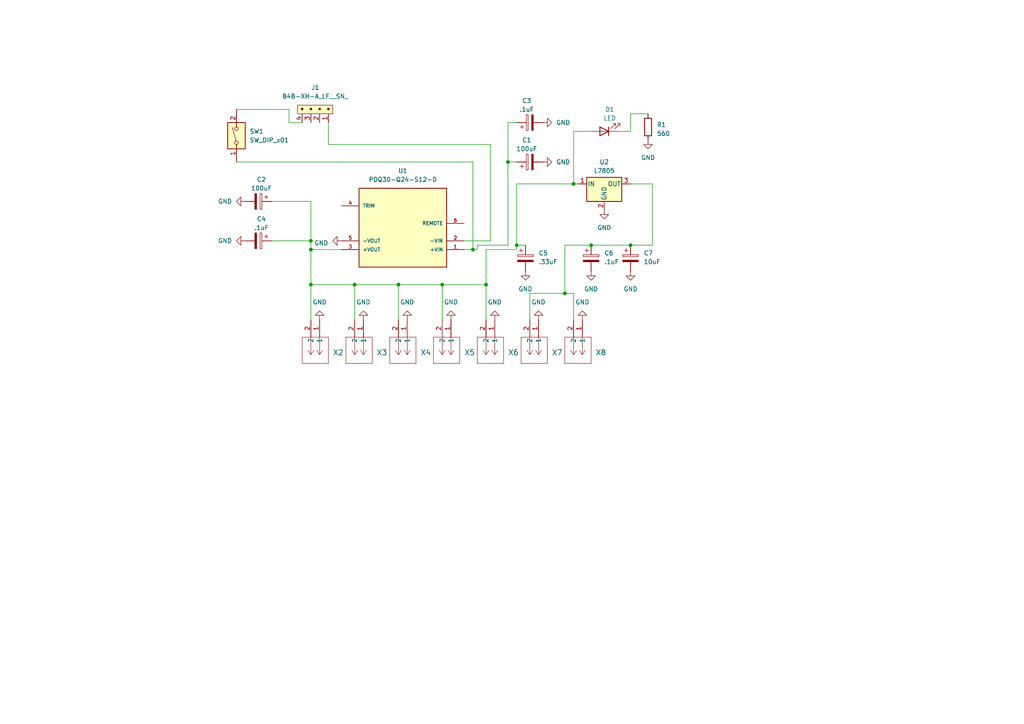
<source format=kicad_sch>
(kicad_sch (version 20230121) (generator eeschema)

  (uuid f380b0eb-bfd6-4b1c-a757-0cbccc2fe49f)

  (paper "A4")

  (lib_symbols
    (symbol "Device:C_Polarized" (pin_numbers hide) (pin_names (offset 0.254)) (in_bom yes) (on_board yes)
      (property "Reference" "C" (at 0.635 2.54 0)
        (effects (font (size 1.27 1.27)) (justify left))
      )
      (property "Value" "C_Polarized" (at 0.635 -2.54 0)
        (effects (font (size 1.27 1.27)) (justify left))
      )
      (property "Footprint" "" (at 0.9652 -3.81 0)
        (effects (font (size 1.27 1.27)) hide)
      )
      (property "Datasheet" "~" (at 0 0 0)
        (effects (font (size 1.27 1.27)) hide)
      )
      (property "ki_keywords" "cap capacitor" (at 0 0 0)
        (effects (font (size 1.27 1.27)) hide)
      )
      (property "ki_description" "Polarized capacitor" (at 0 0 0)
        (effects (font (size 1.27 1.27)) hide)
      )
      (property "ki_fp_filters" "CP_*" (at 0 0 0)
        (effects (font (size 1.27 1.27)) hide)
      )
      (symbol "C_Polarized_0_1"
        (rectangle (start -2.286 0.508) (end 2.286 1.016)
          (stroke (width 0) (type default))
          (fill (type none))
        )
        (polyline
          (pts
            (xy -1.778 2.286)
            (xy -0.762 2.286)
          )
          (stroke (width 0) (type default))
          (fill (type none))
        )
        (polyline
          (pts
            (xy -1.27 2.794)
            (xy -1.27 1.778)
          )
          (stroke (width 0) (type default))
          (fill (type none))
        )
        (rectangle (start 2.286 -0.508) (end -2.286 -1.016)
          (stroke (width 0) (type default))
          (fill (type outline))
        )
      )
      (symbol "C_Polarized_1_1"
        (pin passive line (at 0 3.81 270) (length 2.794)
          (name "~" (effects (font (size 1.27 1.27))))
          (number "1" (effects (font (size 1.27 1.27))))
        )
        (pin passive line (at 0 -3.81 90) (length 2.794)
          (name "~" (effects (font (size 1.27 1.27))))
          (number "2" (effects (font (size 1.27 1.27))))
        )
      )
    )
    (symbol "Device:LED" (pin_numbers hide) (pin_names (offset 1.016) hide) (in_bom yes) (on_board yes)
      (property "Reference" "D" (at 0 2.54 0)
        (effects (font (size 1.27 1.27)))
      )
      (property "Value" "LED" (at 0 -2.54 0)
        (effects (font (size 1.27 1.27)))
      )
      (property "Footprint" "" (at 0 0 0)
        (effects (font (size 1.27 1.27)) hide)
      )
      (property "Datasheet" "~" (at 0 0 0)
        (effects (font (size 1.27 1.27)) hide)
      )
      (property "ki_keywords" "LED diode" (at 0 0 0)
        (effects (font (size 1.27 1.27)) hide)
      )
      (property "ki_description" "Light emitting diode" (at 0 0 0)
        (effects (font (size 1.27 1.27)) hide)
      )
      (property "ki_fp_filters" "LED* LED_SMD:* LED_THT:*" (at 0 0 0)
        (effects (font (size 1.27 1.27)) hide)
      )
      (symbol "LED_0_1"
        (polyline
          (pts
            (xy -1.27 -1.27)
            (xy -1.27 1.27)
          )
          (stroke (width 0.254) (type default))
          (fill (type none))
        )
        (polyline
          (pts
            (xy -1.27 0)
            (xy 1.27 0)
          )
          (stroke (width 0) (type default))
          (fill (type none))
        )
        (polyline
          (pts
            (xy 1.27 -1.27)
            (xy 1.27 1.27)
            (xy -1.27 0)
            (xy 1.27 -1.27)
          )
          (stroke (width 0.254) (type default))
          (fill (type none))
        )
        (polyline
          (pts
            (xy -3.048 -0.762)
            (xy -4.572 -2.286)
            (xy -3.81 -2.286)
            (xy -4.572 -2.286)
            (xy -4.572 -1.524)
          )
          (stroke (width 0) (type default))
          (fill (type none))
        )
        (polyline
          (pts
            (xy -1.778 -0.762)
            (xy -3.302 -2.286)
            (xy -2.54 -2.286)
            (xy -3.302 -2.286)
            (xy -3.302 -1.524)
          )
          (stroke (width 0) (type default))
          (fill (type none))
        )
      )
      (symbol "LED_1_1"
        (pin passive line (at -3.81 0 0) (length 2.54)
          (name "K" (effects (font (size 1.27 1.27))))
          (number "1" (effects (font (size 1.27 1.27))))
        )
        (pin passive line (at 3.81 0 180) (length 2.54)
          (name "A" (effects (font (size 1.27 1.27))))
          (number "2" (effects (font (size 1.27 1.27))))
        )
      )
    )
    (symbol "Device:R" (pin_numbers hide) (pin_names (offset 0)) (in_bom yes) (on_board yes)
      (property "Reference" "R" (at 2.032 0 90)
        (effects (font (size 1.27 1.27)))
      )
      (property "Value" "R" (at 0 0 90)
        (effects (font (size 1.27 1.27)))
      )
      (property "Footprint" "" (at -1.778 0 90)
        (effects (font (size 1.27 1.27)) hide)
      )
      (property "Datasheet" "~" (at 0 0 0)
        (effects (font (size 1.27 1.27)) hide)
      )
      (property "ki_keywords" "R res resistor" (at 0 0 0)
        (effects (font (size 1.27 1.27)) hide)
      )
      (property "ki_description" "Resistor" (at 0 0 0)
        (effects (font (size 1.27 1.27)) hide)
      )
      (property "ki_fp_filters" "R_*" (at 0 0 0)
        (effects (font (size 1.27 1.27)) hide)
      )
      (symbol "R_0_1"
        (rectangle (start -1.016 -2.54) (end 1.016 2.54)
          (stroke (width 0.254) (type default))
          (fill (type none))
        )
      )
      (symbol "R_1_1"
        (pin passive line (at 0 3.81 270) (length 1.27)
          (name "~" (effects (font (size 1.27 1.27))))
          (number "1" (effects (font (size 1.27 1.27))))
        )
        (pin passive line (at 0 -3.81 90) (length 1.27)
          (name "~" (effects (font (size 1.27 1.27))))
          (number "2" (effects (font (size 1.27 1.27))))
        )
      )
    )
    (symbol "OSTVN02A150:OSTVN02A150" (pin_names (offset 0.254)) (in_bom yes) (on_board yes)
      (property "Reference" "J" (at 8.89 6.35 0)
        (effects (font (size 1.524 1.524)))
      )
      (property "Value" "OSTVN02A150" (at 0 0 0)
        (effects (font (size 1.524 1.524)))
      )
      (property "Footprint" "CONN_OSTVN02A150_OST" (at 0 0 0)
        (effects (font (size 1.27 1.27) italic) hide)
      )
      (property "Datasheet" "OSTVN02A150" (at 0 0 0)
        (effects (font (size 1.27 1.27) italic) hide)
      )
      (property "ki_locked" "" (at 0 0 0)
        (effects (font (size 1.27 1.27)))
      )
      (property "ki_keywords" "OSTVN02A150" (at 0 0 0)
        (effects (font (size 1.27 1.27)) hide)
      )
      (property "ki_fp_filters" "CONN_OSTVN02A150_OST" (at 0 0 0)
        (effects (font (size 1.27 1.27)) hide)
      )
      (symbol "OSTVN02A150_1_1"
        (polyline
          (pts
            (xy 5.08 -5.08)
            (xy 12.7 -5.08)
          )
          (stroke (width 0.127) (type default))
          (fill (type none))
        )
        (polyline
          (pts
            (xy 5.08 2.54)
            (xy 5.08 -5.08)
          )
          (stroke (width 0.127) (type default))
          (fill (type none))
        )
        (polyline
          (pts
            (xy 10.16 -2.54)
            (xy 5.08 -2.54)
          )
          (stroke (width 0.127) (type default))
          (fill (type none))
        )
        (polyline
          (pts
            (xy 10.16 -2.54)
            (xy 8.89 -3.3867)
          )
          (stroke (width 0.127) (type default))
          (fill (type none))
        )
        (polyline
          (pts
            (xy 10.16 -2.54)
            (xy 8.89 -1.6933)
          )
          (stroke (width 0.127) (type default))
          (fill (type none))
        )
        (polyline
          (pts
            (xy 10.16 0)
            (xy 5.08 0)
          )
          (stroke (width 0.127) (type default))
          (fill (type none))
        )
        (polyline
          (pts
            (xy 10.16 0)
            (xy 8.89 -0.8467)
          )
          (stroke (width 0.127) (type default))
          (fill (type none))
        )
        (polyline
          (pts
            (xy 10.16 0)
            (xy 8.89 0.8467)
          )
          (stroke (width 0.127) (type default))
          (fill (type none))
        )
        (polyline
          (pts
            (xy 12.7 -5.08)
            (xy 12.7 2.54)
          )
          (stroke (width 0.127) (type default))
          (fill (type none))
        )
        (polyline
          (pts
            (xy 12.7 2.54)
            (xy 5.08 2.54)
          )
          (stroke (width 0.127) (type default))
          (fill (type none))
        )
        (pin unspecified line (at 0 0 0) (length 5.08)
          (name "1" (effects (font (size 1.27 1.27))))
          (number "1" (effects (font (size 1.27 1.27))))
        )
        (pin unspecified line (at 0 -2.54 0) (length 5.08)
          (name "2" (effects (font (size 1.27 1.27))))
          (number "2" (effects (font (size 1.27 1.27))))
        )
      )
      (symbol "OSTVN02A150_1_2"
        (polyline
          (pts
            (xy 5.08 -5.08)
            (xy 12.7 -5.08)
          )
          (stroke (width 0.127) (type default))
          (fill (type none))
        )
        (polyline
          (pts
            (xy 5.08 2.54)
            (xy 5.08 -5.08)
          )
          (stroke (width 0.127) (type default))
          (fill (type none))
        )
        (polyline
          (pts
            (xy 7.62 -2.54)
            (xy 5.08 -2.54)
          )
          (stroke (width 0.127) (type default))
          (fill (type none))
        )
        (polyline
          (pts
            (xy 7.62 -2.54)
            (xy 8.89 -3.3867)
          )
          (stroke (width 0.127) (type default))
          (fill (type none))
        )
        (polyline
          (pts
            (xy 7.62 -2.54)
            (xy 8.89 -1.6933)
          )
          (stroke (width 0.127) (type default))
          (fill (type none))
        )
        (polyline
          (pts
            (xy 7.62 0)
            (xy 5.08 0)
          )
          (stroke (width 0.127) (type default))
          (fill (type none))
        )
        (polyline
          (pts
            (xy 7.62 0)
            (xy 8.89 -0.8467)
          )
          (stroke (width 0.127) (type default))
          (fill (type none))
        )
        (polyline
          (pts
            (xy 7.62 0)
            (xy 8.89 0.8467)
          )
          (stroke (width 0.127) (type default))
          (fill (type none))
        )
        (polyline
          (pts
            (xy 12.7 -5.08)
            (xy 12.7 2.54)
          )
          (stroke (width 0.127) (type default))
          (fill (type none))
        )
        (polyline
          (pts
            (xy 12.7 2.54)
            (xy 5.08 2.54)
          )
          (stroke (width 0.127) (type default))
          (fill (type none))
        )
        (pin unspecified line (at 0 0 0) (length 5.08)
          (name "1" (effects (font (size 1.27 1.27))))
          (number "1" (effects (font (size 1.27 1.27))))
        )
        (pin unspecified line (at 0 -2.54 0) (length 5.08)
          (name "2" (effects (font (size 1.27 1.27))))
          (number "2" (effects (font (size 1.27 1.27))))
        )
      )
    )
    (symbol "PDQ30-Q24-S12-D:PDQ30-Q24-S12-D" (pin_names (offset 1.016)) (in_bom yes) (on_board yes)
      (property "Reference" "U" (at -12.7244 10.1795 0)
        (effects (font (size 1.27 1.27)) (justify left bottom))
      )
      (property "Value" "PDQ30-Q24-S12-D" (at -12.746 -15.2952 0)
        (effects (font (size 1.27 1.27)) (justify left bottom))
      )
      (property "Footprint" "PDQ30-Q24-S12-D:CONV_PDQ30-Q24-S12-D" (at 0 0 0)
        (effects (font (size 1.27 1.27)) (justify bottom) hide)
      )
      (property "Datasheet" "" (at 0 0 0)
        (effects (font (size 1.27 1.27)) hide)
      )
      (property "PARTREV" "1.0" (at 0 0 0)
        (effects (font (size 1.27 1.27)) (justify bottom) hide)
      )
      (property "MANUFACTURER" "CUI Inc" (at 0 0 0)
        (effects (font (size 1.27 1.27)) (justify bottom) hide)
      )
      (property "STANDARD" "Manufacturer Recommendations" (at 0 0 0)
        (effects (font (size 1.27 1.27)) (justify bottom) hide)
      )
      (symbol "PDQ30-Q24-S12-D_0_0"
        (rectangle (start -12.7 -12.7) (end 12.7 10.16)
          (stroke (width 0.254) (type default))
          (fill (type background))
        )
        (pin input line (at -17.78 5.08 0) (length 5.08)
          (name "+VIN" (effects (font (size 1.016 1.016))))
          (number "1" (effects (font (size 1.016 1.016))))
        )
        (pin input line (at -17.78 2.54 0) (length 5.08)
          (name "-VIN" (effects (font (size 1.016 1.016))))
          (number "2" (effects (font (size 1.016 1.016))))
        )
        (pin output line (at 17.78 5.08 180) (length 5.08)
          (name "+VOUT" (effects (font (size 1.016 1.016))))
          (number "3" (effects (font (size 1.016 1.016))))
        )
        (pin passive line (at 17.78 -7.62 180) (length 5.08)
          (name "TRIM" (effects (font (size 1.016 1.016))))
          (number "4" (effects (font (size 1.016 1.016))))
        )
        (pin output line (at 17.78 2.54 180) (length 5.08)
          (name "-VOUT" (effects (font (size 1.016 1.016))))
          (number "5" (effects (font (size 1.016 1.016))))
        )
        (pin input line (at -17.78 -2.54 0) (length 5.08)
          (name "REMOTE" (effects (font (size 1.016 1.016))))
          (number "6" (effects (font (size 1.016 1.016))))
        )
      )
    )
    (symbol "Regulator_Linear:L7805" (pin_names (offset 0.254)) (in_bom yes) (on_board yes)
      (property "Reference" "U" (at -3.81 3.175 0)
        (effects (font (size 1.27 1.27)))
      )
      (property "Value" "L7805" (at 0 3.175 0)
        (effects (font (size 1.27 1.27)) (justify left))
      )
      (property "Footprint" "" (at 0.635 -3.81 0)
        (effects (font (size 1.27 1.27) italic) (justify left) hide)
      )
      (property "Datasheet" "http://www.st.com/content/ccc/resource/technical/document/datasheet/41/4f/b3/b0/12/d4/47/88/CD00000444.pdf/files/CD00000444.pdf/jcr:content/translations/en.CD00000444.pdf" (at 0 -1.27 0)
        (effects (font (size 1.27 1.27)) hide)
      )
      (property "ki_keywords" "Voltage Regulator 1.5A Positive" (at 0 0 0)
        (effects (font (size 1.27 1.27)) hide)
      )
      (property "ki_description" "Positive 1.5A 35V Linear Regulator, Fixed Output 5V, TO-220/TO-263/TO-252" (at 0 0 0)
        (effects (font (size 1.27 1.27)) hide)
      )
      (property "ki_fp_filters" "TO?252* TO?263* TO?220*" (at 0 0 0)
        (effects (font (size 1.27 1.27)) hide)
      )
      (symbol "L7805_0_1"
        (rectangle (start -5.08 1.905) (end 5.08 -5.08)
          (stroke (width 0.254) (type default))
          (fill (type background))
        )
      )
      (symbol "L7805_1_1"
        (pin power_in line (at -7.62 0 0) (length 2.54)
          (name "IN" (effects (font (size 1.27 1.27))))
          (number "1" (effects (font (size 1.27 1.27))))
        )
        (pin power_in line (at 0 -7.62 90) (length 2.54)
          (name "GND" (effects (font (size 1.27 1.27))))
          (number "2" (effects (font (size 1.27 1.27))))
        )
        (pin power_out line (at 7.62 0 180) (length 2.54)
          (name "OUT" (effects (font (size 1.27 1.27))))
          (number "3" (effects (font (size 1.27 1.27))))
        )
      )
    )
    (symbol "Switch:SW_DIP_x01" (pin_names (offset 0) hide) (in_bom yes) (on_board yes)
      (property "Reference" "SW" (at 0 3.81 0)
        (effects (font (size 1.27 1.27)))
      )
      (property "Value" "SW_DIP_x01" (at 0 -3.81 0)
        (effects (font (size 1.27 1.27)))
      )
      (property "Footprint" "" (at 0 0 0)
        (effects (font (size 1.27 1.27)) hide)
      )
      (property "Datasheet" "~" (at 0 0 0)
        (effects (font (size 1.27 1.27)) hide)
      )
      (property "ki_keywords" "dip switch" (at 0 0 0)
        (effects (font (size 1.27 1.27)) hide)
      )
      (property "ki_description" "1x DIP Switch, Single Pole Single Throw (SPST) switch, small symbol" (at 0 0 0)
        (effects (font (size 1.27 1.27)) hide)
      )
      (property "ki_fp_filters" "SW?DIP?x1*" (at 0 0 0)
        (effects (font (size 1.27 1.27)) hide)
      )
      (symbol "SW_DIP_x01_0_0"
        (circle (center -2.032 0) (radius 0.508)
          (stroke (width 0) (type default))
          (fill (type none))
        )
        (polyline
          (pts
            (xy -1.524 0.127)
            (xy 2.3622 1.1684)
          )
          (stroke (width 0) (type default))
          (fill (type none))
        )
        (circle (center 2.032 0) (radius 0.508)
          (stroke (width 0) (type default))
          (fill (type none))
        )
      )
      (symbol "SW_DIP_x01_0_1"
        (rectangle (start -3.81 2.54) (end 3.81 -2.54)
          (stroke (width 0.254) (type default))
          (fill (type background))
        )
      )
      (symbol "SW_DIP_x01_1_1"
        (pin passive line (at -7.62 0 0) (length 5.08)
          (name "~" (effects (font (size 1.27 1.27))))
          (number "1" (effects (font (size 1.27 1.27))))
        )
        (pin passive line (at 7.62 0 180) (length 5.08)
          (name "~" (effects (font (size 1.27 1.27))))
          (number "2" (effects (font (size 1.27 1.27))))
        )
      )
    )
    (symbol "dk_Rectangular-Connectors-Headers-Male-Pins:B4B-XH-A_LF__SN_" (pin_names (offset 1.016)) (in_bom yes) (on_board yes)
      (property "Reference" "J" (at -2.54 -1.27 0)
        (effects (font (size 1.27 1.27)) (justify right))
      )
      (property "Value" "B4B-XH-A_LF__SN_" (at 3.81 -3.81 0)
        (effects (font (size 1.27 1.27)))
      )
      (property "Footprint" "digikey-footprints:PinHeader_1x4_P2.5mm_Drill1.1mm" (at 5.08 5.08 0)
        (effects (font (size 1.524 1.524)) (justify left) hide)
      )
      (property "Datasheet" "http://www.jst-mfg.com/product/pdf/eng/eXH.pdf" (at 5.08 7.62 0)
        (effects (font (size 1.524 1.524)) (justify left) hide)
      )
      (property "Digi-Key_PN" "455-2249-ND" (at 5.08 10.16 0)
        (effects (font (size 1.524 1.524)) (justify left) hide)
      )
      (property "MPN" "B4B-XH-A(LF)(SN)" (at 5.08 12.7 0)
        (effects (font (size 1.524 1.524)) (justify left) hide)
      )
      (property "Category" "Connectors, Interconnects" (at 5.08 15.24 0)
        (effects (font (size 1.524 1.524)) (justify left) hide)
      )
      (property "Family" "Rectangular Connectors - Headers, Male Pins" (at 5.08 17.78 0)
        (effects (font (size 1.524 1.524)) (justify left) hide)
      )
      (property "DK_Datasheet_Link" "http://www.jst-mfg.com/product/pdf/eng/eXH.pdf" (at 5.08 20.32 0)
        (effects (font (size 1.524 1.524)) (justify left) hide)
      )
      (property "DK_Detail_Page" "/product-detail/en/jst-sales-america-inc/B4B-XH-A(LF)(SN)/455-2249-ND/1651047" (at 5.08 22.86 0)
        (effects (font (size 1.524 1.524)) (justify left) hide)
      )
      (property "Description" "CONN HEADER VERT 4POS 2.5MM" (at 5.08 25.4 0)
        (effects (font (size 1.524 1.524)) (justify left) hide)
      )
      (property "Manufacturer" "JST Sales America Inc." (at 5.08 27.94 0)
        (effects (font (size 1.524 1.524)) (justify left) hide)
      )
      (property "Status" "Active" (at 5.08 30.48 0)
        (effects (font (size 1.524 1.524)) (justify left) hide)
      )
      (property "ki_keywords" "455-2249-ND XH" (at 0 0 0)
        (effects (font (size 1.27 1.27)) hide)
      )
      (property "ki_description" "CONN HEADER VERT 4POS 2.5MM" (at 0 0 0)
        (effects (font (size 1.27 1.27)) hide)
      )
      (symbol "B4B-XH-A_LF__SN__1_1"
        (rectangle (start -1.27 0) (end 8.89 -2.54)
          (stroke (width 0) (type solid))
          (fill (type background))
        )
        (rectangle (start -0.254 -1.143) (end 0.254 -1.651)
          (stroke (width 0) (type solid))
          (fill (type outline))
        )
        (rectangle (start 2.286 -1.143) (end 2.794 -1.651)
          (stroke (width 0) (type solid))
          (fill (type outline))
        )
        (rectangle (start 4.826 -1.143) (end 5.334 -1.651)
          (stroke (width 0) (type solid))
          (fill (type outline))
        )
        (rectangle (start 7.366 -1.143) (end 7.874 -1.651)
          (stroke (width 0) (type solid))
          (fill (type outline))
        )
        (pin passive line (at 0 2.54 270) (length 2.54)
          (name "~" (effects (font (size 1.27 1.27))))
          (number "1" (effects (font (size 1.27 1.27))))
        )
        (pin passive line (at 2.54 2.54 270) (length 2.54)
          (name "~" (effects (font (size 1.27 1.27))))
          (number "2" (effects (font (size 1.27 1.27))))
        )
        (pin passive line (at 5.08 2.54 270) (length 2.54)
          (name "~" (effects (font (size 1.27 1.27))))
          (number "3" (effects (font (size 1.27 1.27))))
        )
        (pin passive line (at 7.62 2.54 270) (length 2.54)
          (name "~" (effects (font (size 1.27 1.27))))
          (number "4" (effects (font (size 1.27 1.27))))
        )
      )
    )
    (symbol "power:GND" (power) (pin_names (offset 0)) (in_bom yes) (on_board yes)
      (property "Reference" "#PWR" (at 0 -6.35 0)
        (effects (font (size 1.27 1.27)) hide)
      )
      (property "Value" "GND" (at 0 -3.81 0)
        (effects (font (size 1.27 1.27)))
      )
      (property "Footprint" "" (at 0 0 0)
        (effects (font (size 1.27 1.27)) hide)
      )
      (property "Datasheet" "" (at 0 0 0)
        (effects (font (size 1.27 1.27)) hide)
      )
      (property "ki_keywords" "global power" (at 0 0 0)
        (effects (font (size 1.27 1.27)) hide)
      )
      (property "ki_description" "Power symbol creates a global label with name \"GND\" , ground" (at 0 0 0)
        (effects (font (size 1.27 1.27)) hide)
      )
      (symbol "GND_0_1"
        (polyline
          (pts
            (xy 0 0)
            (xy 0 -1.27)
            (xy 1.27 -1.27)
            (xy 0 -2.54)
            (xy -1.27 -1.27)
            (xy 0 -1.27)
          )
          (stroke (width 0) (type default))
          (fill (type none))
        )
      )
      (symbol "GND_1_1"
        (pin power_in line (at 0 0 270) (length 0) hide
          (name "GND" (effects (font (size 1.27 1.27))))
          (number "1" (effects (font (size 1.27 1.27))))
        )
      )
    )
  )

  (junction (at 149.86 71.12) (diameter 0) (color 0 0 0 0)
    (uuid 0f6e143d-fd10-4865-b98f-874e6d29d401)
  )
  (junction (at 147.32 46.99) (diameter 0) (color 0 0 0 0)
    (uuid 1d33419f-f558-420e-b5dd-fc935009e2be)
  )
  (junction (at 128.27 82.55) (diameter 0) (color 0 0 0 0)
    (uuid 29f60847-2550-4a00-935b-76de577e03a0)
  )
  (junction (at 102.87 82.55) (diameter 0) (color 0 0 0 0)
    (uuid 3660154b-2445-4214-8d50-7ceb33d61927)
  )
  (junction (at 163.83 85.09) (diameter 0) (color 0 0 0 0)
    (uuid 390e407e-2038-484e-8113-655ac40be36f)
  )
  (junction (at 140.97 82.55) (diameter 0) (color 0 0 0 0)
    (uuid 442b4cd6-e104-4844-b898-ee963d855db4)
  )
  (junction (at 137.16 72.39) (diameter 0) (color 0 0 0 0)
    (uuid 5efc8247-a957-4028-87d3-c7fcd3a0e522)
  )
  (junction (at 115.57 82.55) (diameter 0) (color 0 0 0 0)
    (uuid 7a895e42-8621-45b5-9dee-4725dfb617a4)
  )
  (junction (at 171.45 71.12) (diameter 0) (color 0 0 0 0)
    (uuid b9837384-7b49-49b9-a315-f3c45510bccc)
  )
  (junction (at 166.37 53.34) (diameter 0) (color 0 0 0 0)
    (uuid cc18fd9a-f4d3-4bee-b1d7-16fd67cfd7c0)
  )
  (junction (at 90.17 72.39) (diameter 0) (color 0 0 0 0)
    (uuid dc35bc9b-ec67-48cc-848a-1b5b11f1ac5c)
  )
  (junction (at 90.17 82.55) (diameter 0) (color 0 0 0 0)
    (uuid dee2af5c-7147-492f-8d25-b294098eb56d)
  )
  (junction (at 90.17 69.85) (diameter 0) (color 0 0 0 0)
    (uuid e1daf598-e469-413a-a77d-a524f33fb878)
  )
  (junction (at 182.88 71.12) (diameter 0) (color 0 0 0 0)
    (uuid f54fa759-7b4d-4cf5-aeb8-9fc5c860c64f)
  )

  (wire (pts (xy 189.23 71.12) (xy 182.88 71.12))
    (stroke (width 0) (type default))
    (uuid 00b48127-c770-49ff-8b27-3fd59e609988)
  )
  (wire (pts (xy 179.07 38.1) (xy 182.88 38.1))
    (stroke (width 0) (type default))
    (uuid 00e41338-e363-4a0e-a14e-36d5da0f9d70)
  )
  (wire (pts (xy 128.27 82.55) (xy 115.57 82.55))
    (stroke (width 0) (type default))
    (uuid 08d11258-7486-4561-812a-b26d7f283515)
  )
  (wire (pts (xy 134.62 69.85) (xy 142.24 69.85))
    (stroke (width 0) (type default))
    (uuid 11ae6877-b88a-495f-904b-c9492dd60a0f)
  )
  (wire (pts (xy 99.06 72.39) (xy 90.17 72.39))
    (stroke (width 0) (type default))
    (uuid 27e92bfb-4d66-4d97-af95-1f2c0060ce7f)
  )
  (wire (pts (xy 171.45 71.12) (xy 182.88 71.12))
    (stroke (width 0) (type default))
    (uuid 2fd8d6bc-fc54-43d3-95c9-129e29eb3a69)
  )
  (wire (pts (xy 147.32 71.12) (xy 138.43 71.12))
    (stroke (width 0) (type default))
    (uuid 31d9c65c-4898-4077-a324-469e95aacc70)
  )
  (wire (pts (xy 134.62 72.39) (xy 137.16 72.39))
    (stroke (width 0) (type default))
    (uuid 36203901-7db3-42ea-9958-6ff3576b8e7a)
  )
  (wire (pts (xy 182.88 38.1) (xy 182.88 33.02))
    (stroke (width 0) (type default))
    (uuid 39351bf8-1c0a-4854-bbc6-b4d37c24deaf)
  )
  (wire (pts (xy 102.87 82.55) (xy 115.57 82.55))
    (stroke (width 0) (type default))
    (uuid 39ae5e1f-04f7-4684-89c3-4eec39f3ed57)
  )
  (wire (pts (xy 153.67 85.09) (xy 163.83 85.09))
    (stroke (width 0) (type default))
    (uuid 3e85e51a-d2d7-45ea-a4c5-46de0ef4f750)
  )
  (wire (pts (xy 115.57 92.71) (xy 115.57 82.55))
    (stroke (width 0) (type default))
    (uuid 41c06a91-982f-45a6-8c04-2abf0d943d6c)
  )
  (wire (pts (xy 189.23 53.34) (xy 189.23 71.12))
    (stroke (width 0) (type default))
    (uuid 41fc6c96-9d16-4db4-8e5b-3e77579199f4)
  )
  (wire (pts (xy 142.24 41.91) (xy 95.25 41.91))
    (stroke (width 0) (type default))
    (uuid 448b4e73-a508-44ca-a2a4-daa5dd04383e)
  )
  (wire (pts (xy 78.74 69.85) (xy 90.17 69.85))
    (stroke (width 0) (type default))
    (uuid 4ca7f193-4469-4f2b-be72-e4ed803f0796)
  )
  (wire (pts (xy 102.87 82.55) (xy 90.17 82.55))
    (stroke (width 0) (type default))
    (uuid 4de6151d-5951-4e44-b5d3-fe94de048c57)
  )
  (wire (pts (xy 140.97 82.55) (xy 128.27 82.55))
    (stroke (width 0) (type default))
    (uuid 5431f242-2153-4959-bc2d-4651ac5252a4)
  )
  (wire (pts (xy 68.58 31.75) (xy 83.82 31.75))
    (stroke (width 0) (type default))
    (uuid 545b19e7-8bd9-4619-8708-a4c08b03745c)
  )
  (wire (pts (xy 182.88 33.02) (xy 187.96 33.02))
    (stroke (width 0) (type default))
    (uuid 5e7769ab-1183-4924-9e9b-c94feb68c325)
  )
  (wire (pts (xy 149.86 35.56) (xy 147.32 35.56))
    (stroke (width 0) (type default))
    (uuid 68c14684-e444-4aae-a770-26a006f338fc)
  )
  (wire (pts (xy 149.86 46.99) (xy 147.32 46.99))
    (stroke (width 0) (type default))
    (uuid 6bbefc8d-bf96-4ff8-b3ca-d7c56d5b8cbb)
  )
  (wire (pts (xy 147.32 46.99) (xy 147.32 71.12))
    (stroke (width 0) (type default))
    (uuid 77ae536d-051f-4e65-a6a9-fae391dbe5f4)
  )
  (wire (pts (xy 78.74 58.42) (xy 90.17 58.42))
    (stroke (width 0) (type default))
    (uuid 7fb62292-9160-4535-ad4e-34efd0cf2ba7)
  )
  (wire (pts (xy 152.4 71.12) (xy 149.86 71.12))
    (stroke (width 0) (type default))
    (uuid 817f18f5-2b8d-4367-b8d6-395a4b62254e)
  )
  (wire (pts (xy 142.24 69.85) (xy 142.24 41.91))
    (stroke (width 0) (type default))
    (uuid 8eb4d107-d9f3-44e2-9fd0-7601a08b0ce6)
  )
  (wire (pts (xy 147.32 35.56) (xy 147.32 46.99))
    (stroke (width 0) (type default))
    (uuid 91b12895-9544-4ec4-a6a6-40fe68071aef)
  )
  (wire (pts (xy 137.16 72.39) (xy 137.16 46.99))
    (stroke (width 0) (type default))
    (uuid 9505858a-8f01-4f6d-810d-5150eb115a68)
  )
  (wire (pts (xy 166.37 92.71) (xy 166.37 85.09))
    (stroke (width 0) (type default))
    (uuid 9e5f7834-91b5-4ae1-b3e3-63e90d16c443)
  )
  (wire (pts (xy 140.97 72.39) (xy 140.97 82.55))
    (stroke (width 0) (type default))
    (uuid a0551ae2-3dcb-4be9-8996-a3b24d1d4d0f)
  )
  (wire (pts (xy 166.37 85.09) (xy 163.83 85.09))
    (stroke (width 0) (type default))
    (uuid a0b5703c-b9de-4501-9aba-b8273e5d3d8e)
  )
  (wire (pts (xy 137.16 46.99) (xy 68.58 46.99))
    (stroke (width 0) (type default))
    (uuid a399f8d5-9bf0-4090-b76a-1a6609776b47)
  )
  (wire (pts (xy 149.86 53.34) (xy 149.86 71.12))
    (stroke (width 0) (type default))
    (uuid a60deef6-4844-4d92-bee2-f05dc01c3323)
  )
  (wire (pts (xy 171.45 38.1) (xy 166.37 38.1))
    (stroke (width 0) (type default))
    (uuid aa66def4-5d41-4106-804b-c460251edc88)
  )
  (wire (pts (xy 140.97 92.71) (xy 140.97 82.55))
    (stroke (width 0) (type default))
    (uuid b8492531-94a3-4159-a33d-b6b59f6de9c2)
  )
  (wire (pts (xy 166.37 53.34) (xy 149.86 53.34))
    (stroke (width 0) (type default))
    (uuid bc45542c-0fd7-4535-b2a5-1436e9a8b1ad)
  )
  (wire (pts (xy 182.88 53.34) (xy 189.23 53.34))
    (stroke (width 0) (type default))
    (uuid bc5b6b77-43d8-4306-be84-cc7163510c92)
  )
  (wire (pts (xy 138.43 71.12) (xy 138.43 72.39))
    (stroke (width 0) (type default))
    (uuid bcca3a06-020e-4131-84e4-2103973c1b5b)
  )
  (wire (pts (xy 83.82 35.56) (xy 87.63 35.56))
    (stroke (width 0) (type default))
    (uuid bcdb2155-5ee5-47a2-8999-76f8017802c9)
  )
  (wire (pts (xy 90.17 72.39) (xy 90.17 82.55))
    (stroke (width 0) (type default))
    (uuid c081ccac-605d-4329-ac70-cbc3fb017250)
  )
  (wire (pts (xy 163.83 71.12) (xy 171.45 71.12))
    (stroke (width 0) (type default))
    (uuid c0bfa19d-ff46-41e3-875e-11d50b50dc92)
  )
  (wire (pts (xy 90.17 58.42) (xy 90.17 69.85))
    (stroke (width 0) (type default))
    (uuid c72fab97-7a32-4a10-8d2a-bde0ae25f0e1)
  )
  (wire (pts (xy 95.25 41.91) (xy 95.25 35.56))
    (stroke (width 0) (type default))
    (uuid ce516525-f3b2-446b-b5cf-430f4c7a5c5b)
  )
  (wire (pts (xy 137.16 72.39) (xy 138.43 72.39))
    (stroke (width 0) (type default))
    (uuid cf9cede2-f417-4157-a792-f069ccb0e3c9)
  )
  (wire (pts (xy 128.27 92.71) (xy 128.27 82.55))
    (stroke (width 0) (type default))
    (uuid cff90d1c-95a5-49eb-8a6f-feab4cd6198e)
  )
  (wire (pts (xy 102.87 92.71) (xy 102.87 82.55))
    (stroke (width 0) (type default))
    (uuid d18337b7-100f-4226-b7fe-f9ef6caf98fb)
  )
  (wire (pts (xy 90.17 69.85) (xy 90.17 72.39))
    (stroke (width 0) (type default))
    (uuid d482495d-9c34-4c9c-80c9-bcf032725b54)
  )
  (wire (pts (xy 167.64 53.34) (xy 166.37 53.34))
    (stroke (width 0) (type default))
    (uuid d6baeffb-9168-413f-a674-b2ddf395fc53)
  )
  (wire (pts (xy 83.82 31.75) (xy 83.82 35.56))
    (stroke (width 0) (type default))
    (uuid d7164196-1c69-4b81-a3dd-000e86cf947f)
  )
  (wire (pts (xy 153.67 92.71) (xy 153.67 85.09))
    (stroke (width 0) (type default))
    (uuid d739cc61-4f46-40a3-94db-38f26d13af1b)
  )
  (wire (pts (xy 166.37 38.1) (xy 166.37 53.34))
    (stroke (width 0) (type default))
    (uuid e6bb2a19-5ad5-4fe2-a19e-38dd2deeb3fa)
  )
  (wire (pts (xy 149.86 72.39) (xy 140.97 72.39))
    (stroke (width 0) (type default))
    (uuid e7109ddd-27f1-429b-887a-38bf3a4b51bb)
  )
  (wire (pts (xy 90.17 82.55) (xy 90.17 92.71))
    (stroke (width 0) (type default))
    (uuid e9ad192c-2e9d-42b3-89a9-dfb6aa8081c0)
  )
  (wire (pts (xy 163.83 85.09) (xy 163.83 71.12))
    (stroke (width 0) (type default))
    (uuid ee5c32bc-ff65-4273-875a-92c99daa0c8e)
  )
  (wire (pts (xy 149.86 71.12) (xy 149.86 72.39))
    (stroke (width 0) (type default))
    (uuid f1b51b3d-2e21-43c9-a0bf-135f3fbb0e2e)
  )

  (symbol (lib_id "OSTVN02A150:OSTVN02A150") (at 156.21 92.71 270) (unit 1)
    (in_bom yes) (on_board yes) (dnp no) (fields_autoplaced)
    (uuid 01fb4db8-c747-4237-987a-9a97ab54bd4d)
    (property "Reference" "X7" (at 160.02 102.235 90)
      (effects (font (size 1.524 1.524)) (justify left))
    )
    (property "Value" "OSTVN02A150" (at 160.02 102.87 90)
      (effects (font (size 1.524 1.524)) (justify left) hide)
    )
    (property "Footprint" "CONN_OSTVN02A150_OST" (at 156.21 92.71 0)
      (effects (font (size 1.27 1.27) italic) hide)
    )
    (property "Datasheet" "OSTVN02A150" (at 156.21 92.71 0)
      (effects (font (size 1.27 1.27) italic) hide)
    )
    (pin "1" (uuid 1d8b4469-5b57-442e-9c5a-0b3a7dd458db))
    (pin "2" (uuid 5db77d2a-23ad-45f6-ab04-c08781887656))
    (instances
      (project "PowerBoard_V1"
        (path "/f380b0eb-bfd6-4b1c-a757-0cbccc2fe49f"
          (reference "X7") (unit 1)
        )
      )
    )
  )

  (symbol (lib_id "power:GND") (at 171.45 78.74 0) (unit 1)
    (in_bom yes) (on_board yes) (dnp no) (fields_autoplaced)
    (uuid 02a08eb3-57a0-40b8-a3ca-53224c8e0432)
    (property "Reference" "#PWR014" (at 171.45 85.09 0)
      (effects (font (size 1.27 1.27)) hide)
    )
    (property "Value" "GND" (at 171.45 83.82 0)
      (effects (font (size 1.27 1.27)))
    )
    (property "Footprint" "" (at 171.45 78.74 0)
      (effects (font (size 1.27 1.27)) hide)
    )
    (property "Datasheet" "" (at 171.45 78.74 0)
      (effects (font (size 1.27 1.27)) hide)
    )
    (pin "1" (uuid 5f134a85-6567-48c9-acd3-fc750556377f))
    (instances
      (project "PowerBoard_V1"
        (path "/f380b0eb-bfd6-4b1c-a757-0cbccc2fe49f"
          (reference "#PWR014") (unit 1)
        )
      )
    )
  )

  (symbol (lib_id "power:GND") (at 130.81 92.71 180) (unit 1)
    (in_bom yes) (on_board yes) (dnp no) (fields_autoplaced)
    (uuid 0a0766d2-ca49-494d-82ab-2831ac72422f)
    (property "Reference" "#PWR06" (at 130.81 86.36 0)
      (effects (font (size 1.27 1.27)) hide)
    )
    (property "Value" "GND" (at 130.81 87.63 0)
      (effects (font (size 1.27 1.27)))
    )
    (property "Footprint" "" (at 130.81 92.71 0)
      (effects (font (size 1.27 1.27)) hide)
    )
    (property "Datasheet" "" (at 130.81 92.71 0)
      (effects (font (size 1.27 1.27)) hide)
    )
    (pin "1" (uuid cbcb3aee-c49e-4b54-bec1-cef729d1ac37))
    (instances
      (project "PowerBoard_V1"
        (path "/f380b0eb-bfd6-4b1c-a757-0cbccc2fe49f"
          (reference "#PWR06") (unit 1)
        )
      )
    )
  )

  (symbol (lib_id "Device:C_Polarized") (at 182.88 74.93 0) (unit 1)
    (in_bom yes) (on_board yes) (dnp no) (fields_autoplaced)
    (uuid 2293009c-6df9-48b9-b727-3d04052f7fc3)
    (property "Reference" "C7" (at 186.69 73.406 0)
      (effects (font (size 1.27 1.27)) (justify left))
    )
    (property "Value" "10uF" (at 186.69 75.946 0)
      (effects (font (size 1.27 1.27)) (justify left))
    )
    (property "Footprint" "" (at 183.8452 78.74 0)
      (effects (font (size 1.27 1.27)) hide)
    )
    (property "Datasheet" "~" (at 182.88 74.93 0)
      (effects (font (size 1.27 1.27)) hide)
    )
    (pin "1" (uuid 665307bb-4a72-4084-8c89-faee0f7622be))
    (pin "2" (uuid ed506a54-6825-44d0-8ced-5cf7e4b8da3e))
    (instances
      (project "PowerBoard_V1"
        (path "/f380b0eb-bfd6-4b1c-a757-0cbccc2fe49f"
          (reference "C7") (unit 1)
        )
      )
    )
  )

  (symbol (lib_id "power:GND") (at 118.11 92.71 180) (unit 1)
    (in_bom yes) (on_board yes) (dnp no) (fields_autoplaced)
    (uuid 23524c56-92af-4288-ba7b-298b67da9bea)
    (property "Reference" "#PWR05" (at 118.11 86.36 0)
      (effects (font (size 1.27 1.27)) hide)
    )
    (property "Value" "GND" (at 118.11 87.63 0)
      (effects (font (size 1.27 1.27)))
    )
    (property "Footprint" "" (at 118.11 92.71 0)
      (effects (font (size 1.27 1.27)) hide)
    )
    (property "Datasheet" "" (at 118.11 92.71 0)
      (effects (font (size 1.27 1.27)) hide)
    )
    (pin "1" (uuid 3eeadc3f-397b-4036-b140-8d4c5c2e6447))
    (instances
      (project "PowerBoard_V1"
        (path "/f380b0eb-bfd6-4b1c-a757-0cbccc2fe49f"
          (reference "#PWR05") (unit 1)
        )
      )
    )
  )

  (symbol (lib_id "OSTVN02A150:OSTVN02A150") (at 92.71 92.71 270) (unit 1)
    (in_bom yes) (on_board yes) (dnp no) (fields_autoplaced)
    (uuid 24758958-c78c-4339-b829-cb6fe0b6bb5e)
    (property "Reference" "X2" (at 96.52 102.235 90)
      (effects (font (size 1.524 1.524)) (justify left))
    )
    (property "Value" "OSTVN02A150" (at 96.52 102.87 90)
      (effects (font (size 1.524 1.524)) (justify left) hide)
    )
    (property "Footprint" "CONN_OSTVN02A150_OST" (at 92.71 92.71 0)
      (effects (font (size 1.27 1.27) italic) hide)
    )
    (property "Datasheet" "OSTVN02A150" (at 92.71 92.71 0)
      (effects (font (size 1.27 1.27) italic) hide)
    )
    (pin "1" (uuid 7e7f0c66-375c-4ef8-bdcd-4a28f98bdbf4))
    (pin "2" (uuid f3f29d7c-93f5-44d9-9470-58f3f364e855))
    (instances
      (project "PowerBoard_V1"
        (path "/f380b0eb-bfd6-4b1c-a757-0cbccc2fe49f"
          (reference "X2") (unit 1)
        )
      )
    )
  )

  (symbol (lib_id "OSTVN02A150:OSTVN02A150") (at 105.41 92.71 270) (unit 1)
    (in_bom yes) (on_board yes) (dnp no) (fields_autoplaced)
    (uuid 2b96e8ea-dd48-404f-baee-61d5b8d61039)
    (property "Reference" "X3" (at 109.22 102.235 90)
      (effects (font (size 1.524 1.524)) (justify left))
    )
    (property "Value" "OSTVN02A150" (at 109.22 102.87 90)
      (effects (font (size 1.524 1.524)) (justify left) hide)
    )
    (property "Footprint" "CONN_OSTVN02A150_OST" (at 105.41 92.71 0)
      (effects (font (size 1.27 1.27) italic) hide)
    )
    (property "Datasheet" "OSTVN02A150" (at 105.41 92.71 0)
      (effects (font (size 1.27 1.27) italic) hide)
    )
    (pin "1" (uuid fe39c60b-23b6-42c4-9382-809549e781ed))
    (pin "2" (uuid ddcd51bd-6374-43c8-99ea-21e5354e0e75))
    (instances
      (project "PowerBoard_V1"
        (path "/f380b0eb-bfd6-4b1c-a757-0cbccc2fe49f"
          (reference "X3") (unit 1)
        )
      )
    )
  )

  (symbol (lib_id "Device:R") (at 187.96 36.83 0) (unit 1)
    (in_bom yes) (on_board yes) (dnp no) (fields_autoplaced)
    (uuid 2c6c927f-fed1-4012-b3e7-696cab168c70)
    (property "Reference" "R1" (at 190.5 36.195 0)
      (effects (font (size 1.27 1.27)) (justify left))
    )
    (property "Value" "560" (at 190.5 38.735 0)
      (effects (font (size 1.27 1.27)) (justify left))
    )
    (property "Footprint" "" (at 186.182 36.83 90)
      (effects (font (size 1.27 1.27)) hide)
    )
    (property "Datasheet" "~" (at 187.96 36.83 0)
      (effects (font (size 1.27 1.27)) hide)
    )
    (pin "1" (uuid bad78ebf-0519-4d42-83af-b15c294814f3))
    (pin "2" (uuid 16800be4-3d10-4d14-a4b8-a51350eb050d))
    (instances
      (project "PowerBoard_V1"
        (path "/f380b0eb-bfd6-4b1c-a757-0cbccc2fe49f"
          (reference "R1") (unit 1)
        )
      )
    )
  )

  (symbol (lib_id "Device:LED") (at 175.26 38.1 180) (unit 1)
    (in_bom yes) (on_board yes) (dnp no) (fields_autoplaced)
    (uuid 2ca35848-93fd-47d9-b8b8-c03ffccea8db)
    (property "Reference" "D1" (at 176.8475 31.75 0)
      (effects (font (size 1.27 1.27)))
    )
    (property "Value" "LED" (at 176.8475 34.29 0)
      (effects (font (size 1.27 1.27)))
    )
    (property "Footprint" "" (at 175.26 38.1 0)
      (effects (font (size 1.27 1.27)) hide)
    )
    (property "Datasheet" "~" (at 175.26 38.1 0)
      (effects (font (size 1.27 1.27)) hide)
    )
    (pin "1" (uuid c8209e7e-3276-4d26-913b-72e2673109d8))
    (pin "2" (uuid dbbb4710-7026-4e84-83a5-620bef44e5fb))
    (instances
      (project "PowerBoard_V1"
        (path "/f380b0eb-bfd6-4b1c-a757-0cbccc2fe49f"
          (reference "D1") (unit 1)
        )
      )
    )
  )

  (symbol (lib_id "OSTVN02A150:OSTVN02A150") (at 130.81 92.71 270) (unit 1)
    (in_bom yes) (on_board yes) (dnp no) (fields_autoplaced)
    (uuid 2da09189-5b04-4c1d-a39d-7fe8102a0233)
    (property "Reference" "X5" (at 134.62 102.235 90)
      (effects (font (size 1.524 1.524)) (justify left))
    )
    (property "Value" "OSTVN02A150" (at 134.62 102.87 90)
      (effects (font (size 1.524 1.524)) (justify left) hide)
    )
    (property "Footprint" "CONN_OSTVN02A150_OST" (at 130.81 92.71 0)
      (effects (font (size 1.27 1.27) italic) hide)
    )
    (property "Datasheet" "OSTVN02A150" (at 130.81 92.71 0)
      (effects (font (size 1.27 1.27) italic) hide)
    )
    (pin "1" (uuid a8b3ba24-f2f9-4a59-a9fb-42787aa435af))
    (pin "2" (uuid 9c5afbfe-26b4-4c02-a0f0-ae471b353952))
    (instances
      (project "PowerBoard_V1"
        (path "/f380b0eb-bfd6-4b1c-a757-0cbccc2fe49f"
          (reference "X5") (unit 1)
        )
      )
    )
  )

  (symbol (lib_id "OSTVN02A150:OSTVN02A150") (at 143.51 92.71 270) (unit 1)
    (in_bom yes) (on_board yes) (dnp no) (fields_autoplaced)
    (uuid 3942f675-19ba-4ecc-ba1e-38900f784dc1)
    (property "Reference" "X6" (at 147.32 102.235 90)
      (effects (font (size 1.524 1.524)) (justify left))
    )
    (property "Value" "OSTVN02A150" (at 147.32 102.87 90)
      (effects (font (size 1.524 1.524)) (justify left) hide)
    )
    (property "Footprint" "CONN_OSTVN02A150_OST" (at 143.51 92.71 0)
      (effects (font (size 1.27 1.27) italic) hide)
    )
    (property "Datasheet" "OSTVN02A150" (at 143.51 92.71 0)
      (effects (font (size 1.27 1.27) italic) hide)
    )
    (pin "1" (uuid dd83a4fa-c29b-49f4-855e-21cb7ec350c2))
    (pin "2" (uuid b7ef0fbf-a66b-44e8-b735-df0e1185415f))
    (instances
      (project "PowerBoard_V1"
        (path "/f380b0eb-bfd6-4b1c-a757-0cbccc2fe49f"
          (reference "X6") (unit 1)
        )
      )
    )
  )

  (symbol (lib_id "Device:C_Polarized") (at 153.67 46.99 90) (unit 1)
    (in_bom yes) (on_board yes) (dnp no) (fields_autoplaced)
    (uuid 3a6cf8a8-88ea-42f8-87c9-63dfe18c9454)
    (property "Reference" "C1" (at 152.781 40.64 90)
      (effects (font (size 1.27 1.27)))
    )
    (property "Value" "100uF" (at 152.781 43.18 90)
      (effects (font (size 1.27 1.27)))
    )
    (property "Footprint" "" (at 157.48 46.0248 0)
      (effects (font (size 1.27 1.27)) hide)
    )
    (property "Datasheet" "~" (at 153.67 46.99 0)
      (effects (font (size 1.27 1.27)) hide)
    )
    (pin "1" (uuid a3eb5930-1274-4f65-b952-0a9cbd5fdc63))
    (pin "2" (uuid 4ebfa0af-b51e-44d2-a325-df1ae33bd028))
    (instances
      (project "PowerBoard_V1"
        (path "/f380b0eb-bfd6-4b1c-a757-0cbccc2fe49f"
          (reference "C1") (unit 1)
        )
      )
    )
  )

  (symbol (lib_id "OSTVN02A150:OSTVN02A150") (at 168.91 92.71 270) (unit 1)
    (in_bom yes) (on_board yes) (dnp no) (fields_autoplaced)
    (uuid 3b2b6f2a-5c39-4903-a09e-24afeff8f74b)
    (property "Reference" "X8" (at 172.72 102.235 90)
      (effects (font (size 1.524 1.524)) (justify left))
    )
    (property "Value" "OSTVN02A150" (at 172.72 102.87 90)
      (effects (font (size 1.524 1.524)) (justify left) hide)
    )
    (property "Footprint" "CONN_OSTVN02A150_OST" (at 168.91 92.71 0)
      (effects (font (size 1.27 1.27) italic) hide)
    )
    (property "Datasheet" "OSTVN02A150" (at 168.91 92.71 0)
      (effects (font (size 1.27 1.27) italic) hide)
    )
    (pin "1" (uuid 3b3d1fdb-3519-45e2-874a-fcf21e5df846))
    (pin "2" (uuid c50edaf4-3a41-4d4c-9e03-058ad7b04649))
    (instances
      (project "PowerBoard_V1"
        (path "/f380b0eb-bfd6-4b1c-a757-0cbccc2fe49f"
          (reference "X8") (unit 1)
        )
      )
    )
  )

  (symbol (lib_id "power:GND") (at 156.21 92.71 180) (unit 1)
    (in_bom yes) (on_board yes) (dnp no) (fields_autoplaced)
    (uuid 446d2592-a668-4df9-a985-fb1f924bf05c)
    (property "Reference" "#PWR08" (at 156.21 86.36 0)
      (effects (font (size 1.27 1.27)) hide)
    )
    (property "Value" "GND" (at 156.21 87.63 0)
      (effects (font (size 1.27 1.27)))
    )
    (property "Footprint" "" (at 156.21 92.71 0)
      (effects (font (size 1.27 1.27)) hide)
    )
    (property "Datasheet" "" (at 156.21 92.71 0)
      (effects (font (size 1.27 1.27)) hide)
    )
    (pin "1" (uuid 2d5c9412-04f9-4925-b54d-6117cadf4f2c))
    (instances
      (project "PowerBoard_V1"
        (path "/f380b0eb-bfd6-4b1c-a757-0cbccc2fe49f"
          (reference "#PWR08") (unit 1)
        )
      )
    )
  )

  (symbol (lib_id "power:GND") (at 105.41 92.71 180) (unit 1)
    (in_bom yes) (on_board yes) (dnp no) (fields_autoplaced)
    (uuid 50dc9331-589e-4b86-baf0-365858112b1a)
    (property "Reference" "#PWR04" (at 105.41 86.36 0)
      (effects (font (size 1.27 1.27)) hide)
    )
    (property "Value" "GND" (at 105.41 87.63 0)
      (effects (font (size 1.27 1.27)))
    )
    (property "Footprint" "" (at 105.41 92.71 0)
      (effects (font (size 1.27 1.27)) hide)
    )
    (property "Datasheet" "" (at 105.41 92.71 0)
      (effects (font (size 1.27 1.27)) hide)
    )
    (pin "1" (uuid 5782db1a-52db-4e2d-b5cc-ea12acab71e5))
    (instances
      (project "PowerBoard_V1"
        (path "/f380b0eb-bfd6-4b1c-a757-0cbccc2fe49f"
          (reference "#PWR04") (unit 1)
        )
      )
    )
  )

  (symbol (lib_id "power:GND") (at 143.51 92.71 180) (unit 1)
    (in_bom yes) (on_board yes) (dnp no) (fields_autoplaced)
    (uuid 5be85094-fe72-44e7-aecd-8100eee986a6)
    (property "Reference" "#PWR07" (at 143.51 86.36 0)
      (effects (font (size 1.27 1.27)) hide)
    )
    (property "Value" "GND" (at 143.51 87.63 0)
      (effects (font (size 1.27 1.27)))
    )
    (property "Footprint" "" (at 143.51 92.71 0)
      (effects (font (size 1.27 1.27)) hide)
    )
    (property "Datasheet" "" (at 143.51 92.71 0)
      (effects (font (size 1.27 1.27)) hide)
    )
    (pin "1" (uuid a94c0127-28a8-4288-8547-dd88e6d70580))
    (instances
      (project "PowerBoard_V1"
        (path "/f380b0eb-bfd6-4b1c-a757-0cbccc2fe49f"
          (reference "#PWR07") (unit 1)
        )
      )
    )
  )

  (symbol (lib_id "power:GND") (at 92.71 92.71 180) (unit 1)
    (in_bom yes) (on_board yes) (dnp no) (fields_autoplaced)
    (uuid 77af8929-bab6-4d39-97bf-8a4847ac5de5)
    (property "Reference" "#PWR03" (at 92.71 86.36 0)
      (effects (font (size 1.27 1.27)) hide)
    )
    (property "Value" "GND" (at 92.71 87.63 0)
      (effects (font (size 1.27 1.27)))
    )
    (property "Footprint" "" (at 92.71 92.71 0)
      (effects (font (size 1.27 1.27)) hide)
    )
    (property "Datasheet" "" (at 92.71 92.71 0)
      (effects (font (size 1.27 1.27)) hide)
    )
    (pin "1" (uuid 0cc547bf-5f0d-4073-8e93-02f1eb0c9813))
    (instances
      (project "PowerBoard_V1"
        (path "/f380b0eb-bfd6-4b1c-a757-0cbccc2fe49f"
          (reference "#PWR03") (unit 1)
        )
      )
    )
  )

  (symbol (lib_id "power:GND") (at 157.48 35.56 90) (unit 1)
    (in_bom yes) (on_board yes) (dnp no) (fields_autoplaced)
    (uuid 7aac4d20-3b24-4483-9572-aa970507cf3e)
    (property "Reference" "#PWR02" (at 163.83 35.56 0)
      (effects (font (size 1.27 1.27)) hide)
    )
    (property "Value" "GND" (at 161.29 35.56 90)
      (effects (font (size 1.27 1.27)) (justify right))
    )
    (property "Footprint" "" (at 157.48 35.56 0)
      (effects (font (size 1.27 1.27)) hide)
    )
    (property "Datasheet" "" (at 157.48 35.56 0)
      (effects (font (size 1.27 1.27)) hide)
    )
    (pin "1" (uuid affe29d0-9e03-4107-ab86-4b77bc72127b))
    (instances
      (project "PowerBoard_V1"
        (path "/f380b0eb-bfd6-4b1c-a757-0cbccc2fe49f"
          (reference "#PWR02") (unit 1)
        )
      )
    )
  )

  (symbol (lib_id "Device:C_Polarized") (at 74.93 69.85 270) (unit 1)
    (in_bom yes) (on_board yes) (dnp no) (fields_autoplaced)
    (uuid 7b6d0d86-dae4-459f-8b46-0ba1b4dc2731)
    (property "Reference" "C4" (at 75.819 63.5 90)
      (effects (font (size 1.27 1.27)))
    )
    (property "Value" ".1uF" (at 75.819 66.04 90)
      (effects (font (size 1.27 1.27)))
    )
    (property "Footprint" "" (at 71.12 70.8152 0)
      (effects (font (size 1.27 1.27)) hide)
    )
    (property "Datasheet" "~" (at 74.93 69.85 0)
      (effects (font (size 1.27 1.27)) hide)
    )
    (pin "1" (uuid 021da73d-7332-4964-9695-826d370a639f))
    (pin "2" (uuid c1aa5aaa-c025-471d-808f-5a914f372452))
    (instances
      (project "PowerBoard_V1"
        (path "/f380b0eb-bfd6-4b1c-a757-0cbccc2fe49f"
          (reference "C4") (unit 1)
        )
      )
    )
  )

  (symbol (lib_id "power:GND") (at 157.48 46.99 90) (unit 1)
    (in_bom yes) (on_board yes) (dnp no) (fields_autoplaced)
    (uuid 7ba660bd-de6b-4b0f-b752-7949b5247e6e)
    (property "Reference" "#PWR01" (at 163.83 46.99 0)
      (effects (font (size 1.27 1.27)) hide)
    )
    (property "Value" "GND" (at 161.29 46.99 90)
      (effects (font (size 1.27 1.27)) (justify right))
    )
    (property "Footprint" "" (at 157.48 46.99 0)
      (effects (font (size 1.27 1.27)) hide)
    )
    (property "Datasheet" "" (at 157.48 46.99 0)
      (effects (font (size 1.27 1.27)) hide)
    )
    (pin "1" (uuid a62453e7-ea73-4281-81b4-20c13c243c43))
    (instances
      (project "PowerBoard_V1"
        (path "/f380b0eb-bfd6-4b1c-a757-0cbccc2fe49f"
          (reference "#PWR01") (unit 1)
        )
      )
    )
  )

  (symbol (lib_id "Switch:SW_DIP_x01") (at 68.58 39.37 90) (unit 1)
    (in_bom yes) (on_board yes) (dnp no) (fields_autoplaced)
    (uuid a24722a8-bb51-4269-a85a-993b6d9e217e)
    (property "Reference" "SW1" (at 72.39 38.1 90)
      (effects (font (size 1.27 1.27)) (justify right))
    )
    (property "Value" "SW_DIP_x01" (at 72.39 40.64 90)
      (effects (font (size 1.27 1.27)) (justify right))
    )
    (property "Footprint" "" (at 68.58 39.37 0)
      (effects (font (size 1.27 1.27)) hide)
    )
    (property "Datasheet" "~" (at 68.58 39.37 0)
      (effects (font (size 1.27 1.27)) hide)
    )
    (pin "1" (uuid 666680e5-9750-4bb9-81bb-3212853f80cf))
    (pin "2" (uuid 0925dc1b-e821-4053-b40e-11ce4c864e21))
    (instances
      (project "PowerBoard_V1"
        (path "/f380b0eb-bfd6-4b1c-a757-0cbccc2fe49f"
          (reference "SW1") (unit 1)
        )
      )
    )
  )

  (symbol (lib_id "Device:C_Polarized") (at 153.67 35.56 90) (unit 1)
    (in_bom yes) (on_board yes) (dnp no) (fields_autoplaced)
    (uuid ace6de25-62d5-4252-91e6-0521710511d4)
    (property "Reference" "C3" (at 152.781 29.21 90)
      (effects (font (size 1.27 1.27)))
    )
    (property "Value" ".1uF" (at 152.781 31.75 90)
      (effects (font (size 1.27 1.27)))
    )
    (property "Footprint" "" (at 157.48 34.5948 0)
      (effects (font (size 1.27 1.27)) hide)
    )
    (property "Datasheet" "~" (at 153.67 35.56 0)
      (effects (font (size 1.27 1.27)) hide)
    )
    (pin "1" (uuid 405fc79b-d8ab-4562-963a-9a8302ee6a52))
    (pin "2" (uuid 87ecae39-14de-4470-a4ef-961fdd6e5203))
    (instances
      (project "PowerBoard_V1"
        (path "/f380b0eb-bfd6-4b1c-a757-0cbccc2fe49f"
          (reference "C3") (unit 1)
        )
      )
    )
  )

  (symbol (lib_id "power:GND") (at 168.91 92.71 180) (unit 1)
    (in_bom yes) (on_board yes) (dnp no) (fields_autoplaced)
    (uuid c057b87e-298d-4d19-842f-3e8453be940f)
    (property "Reference" "#PWR09" (at 168.91 86.36 0)
      (effects (font (size 1.27 1.27)) hide)
    )
    (property "Value" "GND" (at 168.91 87.63 0)
      (effects (font (size 1.27 1.27)))
    )
    (property "Footprint" "" (at 168.91 92.71 0)
      (effects (font (size 1.27 1.27)) hide)
    )
    (property "Datasheet" "" (at 168.91 92.71 0)
      (effects (font (size 1.27 1.27)) hide)
    )
    (pin "1" (uuid f6c6acb7-6928-43c1-869f-7515ccbfabac))
    (instances
      (project "PowerBoard_V1"
        (path "/f380b0eb-bfd6-4b1c-a757-0cbccc2fe49f"
          (reference "#PWR09") (unit 1)
        )
      )
    )
  )

  (symbol (lib_id "power:GND") (at 71.12 58.42 270) (unit 1)
    (in_bom yes) (on_board yes) (dnp no) (fields_autoplaced)
    (uuid cb652a40-162b-4ed5-bb89-7bc8ac060c86)
    (property "Reference" "#PWR010" (at 64.77 58.42 0)
      (effects (font (size 1.27 1.27)) hide)
    )
    (property "Value" "GND" (at 67.31 58.42 90)
      (effects (font (size 1.27 1.27)) (justify right))
    )
    (property "Footprint" "" (at 71.12 58.42 0)
      (effects (font (size 1.27 1.27)) hide)
    )
    (property "Datasheet" "" (at 71.12 58.42 0)
      (effects (font (size 1.27 1.27)) hide)
    )
    (pin "1" (uuid 5e6f4490-561e-4a4f-a1c3-745c2abb70d9))
    (instances
      (project "PowerBoard_V1"
        (path "/f380b0eb-bfd6-4b1c-a757-0cbccc2fe49f"
          (reference "#PWR010") (unit 1)
        )
      )
    )
  )

  (symbol (lib_id "power:GND") (at 187.96 40.64 0) (unit 1)
    (in_bom yes) (on_board yes) (dnp no) (fields_autoplaced)
    (uuid cd1199ac-19b4-460d-9ff2-b2cf892d545a)
    (property "Reference" "#PWR016" (at 187.96 46.99 0)
      (effects (font (size 1.27 1.27)) hide)
    )
    (property "Value" "GND" (at 187.96 45.72 0)
      (effects (font (size 1.27 1.27)))
    )
    (property "Footprint" "" (at 187.96 40.64 0)
      (effects (font (size 1.27 1.27)) hide)
    )
    (property "Datasheet" "" (at 187.96 40.64 0)
      (effects (font (size 1.27 1.27)) hide)
    )
    (pin "1" (uuid 75eccf14-723e-4e06-b72e-b63d1676a557))
    (instances
      (project "PowerBoard_V1"
        (path "/f380b0eb-bfd6-4b1c-a757-0cbccc2fe49f"
          (reference "#PWR016") (unit 1)
        )
      )
    )
  )

  (symbol (lib_id "Regulator_Linear:L7805") (at 175.26 53.34 0) (unit 1)
    (in_bom yes) (on_board yes) (dnp no) (fields_autoplaced)
    (uuid cf7318dc-f60b-409d-8f0e-b88490a00684)
    (property "Reference" "U2" (at 175.26 46.99 0)
      (effects (font (size 1.27 1.27)))
    )
    (property "Value" "L7805" (at 175.26 49.53 0)
      (effects (font (size 1.27 1.27)))
    )
    (property "Footprint" "" (at 175.895 57.15 0)
      (effects (font (size 1.27 1.27) italic) (justify left) hide)
    )
    (property "Datasheet" "http://www.st.com/content/ccc/resource/technical/document/datasheet/41/4f/b3/b0/12/d4/47/88/CD00000444.pdf/files/CD00000444.pdf/jcr:content/translations/en.CD00000444.pdf" (at 175.26 54.61 0)
      (effects (font (size 1.27 1.27)) hide)
    )
    (pin "1" (uuid f0c4ad2a-c138-4262-98b2-3a669b645cb7))
    (pin "2" (uuid b538e0f5-f3f7-445e-8879-4a5d106aee35))
    (pin "3" (uuid 7ea6f8de-0101-4725-b77c-6cf60241e3ff))
    (instances
      (project "PowerBoard_V1"
        (path "/f380b0eb-bfd6-4b1c-a757-0cbccc2fe49f"
          (reference "U2") (unit 1)
        )
      )
    )
  )

  (symbol (lib_id "Device:C_Polarized") (at 171.45 74.93 0) (unit 1)
    (in_bom yes) (on_board yes) (dnp no) (fields_autoplaced)
    (uuid d32b9ce4-018d-43a9-8f9e-425c4c7be481)
    (property "Reference" "C6" (at 175.26 73.406 0)
      (effects (font (size 1.27 1.27)) (justify left))
    )
    (property "Value" ".1uF" (at 175.26 75.946 0)
      (effects (font (size 1.27 1.27)) (justify left))
    )
    (property "Footprint" "" (at 172.4152 78.74 0)
      (effects (font (size 1.27 1.27)) hide)
    )
    (property "Datasheet" "~" (at 171.45 74.93 0)
      (effects (font (size 1.27 1.27)) hide)
    )
    (pin "1" (uuid d9ed474a-eda4-4c2a-8bec-73a981f9a787))
    (pin "2" (uuid e74862b6-1d75-4d14-a42a-f33780c663b6))
    (instances
      (project "PowerBoard_V1"
        (path "/f380b0eb-bfd6-4b1c-a757-0cbccc2fe49f"
          (reference "C6") (unit 1)
        )
      )
    )
  )

  (symbol (lib_id "power:GND") (at 99.06 69.85 270) (unit 1)
    (in_bom yes) (on_board yes) (dnp no) (fields_autoplaced)
    (uuid d41cea82-2203-45d3-98d1-c070ddebf154)
    (property "Reference" "#PWR017" (at 92.71 69.85 0)
      (effects (font (size 1.27 1.27)) hide)
    )
    (property "Value" "GND" (at 95.25 70.485 90)
      (effects (font (size 1.27 1.27)) (justify right))
    )
    (property "Footprint" "" (at 99.06 69.85 0)
      (effects (font (size 1.27 1.27)) hide)
    )
    (property "Datasheet" "" (at 99.06 69.85 0)
      (effects (font (size 1.27 1.27)) hide)
    )
    (pin "1" (uuid bfa73ec9-a2cd-4dc1-9f7a-b0300ccdc57c))
    (instances
      (project "PowerBoard_V1"
        (path "/f380b0eb-bfd6-4b1c-a757-0cbccc2fe49f"
          (reference "#PWR017") (unit 1)
        )
      )
    )
  )

  (symbol (lib_id "PDQ30-Q24-S12-D:PDQ30-Q24-S12-D") (at 116.84 67.31 180) (unit 1)
    (in_bom yes) (on_board yes) (dnp no) (fields_autoplaced)
    (uuid d53b7dde-dd1a-4955-8bde-9e2c7067639f)
    (property "Reference" "U1" (at 116.84 49.53 0)
      (effects (font (size 1.27 1.27)))
    )
    (property "Value" "PDQ30-Q24-S12-D" (at 116.84 52.07 0)
      (effects (font (size 1.27 1.27)))
    )
    (property "Footprint" "PDQ30-Q24-S12-D:CONV_PDQ30-Q24-S12-D" (at 116.84 67.31 0)
      (effects (font (size 1.27 1.27)) (justify bottom) hide)
    )
    (property "Datasheet" "" (at 116.84 67.31 0)
      (effects (font (size 1.27 1.27)) hide)
    )
    (property "PARTREV" "1.0" (at 116.84 67.31 0)
      (effects (font (size 1.27 1.27)) (justify bottom) hide)
    )
    (property "MANUFACTURER" "CUI Inc" (at 116.84 67.31 0)
      (effects (font (size 1.27 1.27)) (justify bottom) hide)
    )
    (property "STANDARD" "Manufacturer Recommendations" (at 116.84 67.31 0)
      (effects (font (size 1.27 1.27)) (justify bottom) hide)
    )
    (pin "1" (uuid 79ad49b4-13ef-4411-a2ce-6666d72afad7))
    (pin "2" (uuid bce6f3d1-a9c7-4ea9-841c-9f67677c46fc))
    (pin "3" (uuid 18d805b9-0a3c-45f1-8321-aae5788d656f))
    (pin "4" (uuid 92660dfb-bf78-46af-905e-2bdf19f729cf))
    (pin "5" (uuid 342b6aaf-6aeb-44e7-a6e3-23f9a350ba04))
    (pin "6" (uuid dea21e59-6647-4271-b7e2-f298031d7ac3))
    (instances
      (project "PowerBoard_V1"
        (path "/f380b0eb-bfd6-4b1c-a757-0cbccc2fe49f"
          (reference "U1") (unit 1)
        )
      )
    )
  )

  (symbol (lib_id "power:GND") (at 182.88 78.74 0) (unit 1)
    (in_bom yes) (on_board yes) (dnp no) (fields_autoplaced)
    (uuid d6d611a9-f50f-4263-80f3-1070a0a17e4a)
    (property "Reference" "#PWR015" (at 182.88 85.09 0)
      (effects (font (size 1.27 1.27)) hide)
    )
    (property "Value" "GND" (at 182.88 83.82 0)
      (effects (font (size 1.27 1.27)))
    )
    (property "Footprint" "" (at 182.88 78.74 0)
      (effects (font (size 1.27 1.27)) hide)
    )
    (property "Datasheet" "" (at 182.88 78.74 0)
      (effects (font (size 1.27 1.27)) hide)
    )
    (pin "1" (uuid 452f96e3-277f-4fa3-929e-598936afdc2e))
    (instances
      (project "PowerBoard_V1"
        (path "/f380b0eb-bfd6-4b1c-a757-0cbccc2fe49f"
          (reference "#PWR015") (unit 1)
        )
      )
    )
  )

  (symbol (lib_id "power:GND") (at 71.12 69.85 270) (unit 1)
    (in_bom yes) (on_board yes) (dnp no) (fields_autoplaced)
    (uuid df2c0274-ea9a-436f-b9ea-0b492e1532f9)
    (property "Reference" "#PWR011" (at 64.77 69.85 0)
      (effects (font (size 1.27 1.27)) hide)
    )
    (property "Value" "GND" (at 67.31 69.85 90)
      (effects (font (size 1.27 1.27)) (justify right))
    )
    (property "Footprint" "" (at 71.12 69.85 0)
      (effects (font (size 1.27 1.27)) hide)
    )
    (property "Datasheet" "" (at 71.12 69.85 0)
      (effects (font (size 1.27 1.27)) hide)
    )
    (pin "1" (uuid 6714c7a1-187c-4dbd-836f-dfe4a67e931c))
    (instances
      (project "PowerBoard_V1"
        (path "/f380b0eb-bfd6-4b1c-a757-0cbccc2fe49f"
          (reference "#PWR011") (unit 1)
        )
      )
    )
  )

  (symbol (lib_id "OSTVN02A150:OSTVN02A150") (at 118.11 92.71 270) (unit 1)
    (in_bom yes) (on_board yes) (dnp no) (fields_autoplaced)
    (uuid e07a3613-bfa0-4664-b43b-63f94bb3d4ce)
    (property "Reference" "X4" (at 121.92 102.235 90)
      (effects (font (size 1.524 1.524)) (justify left))
    )
    (property "Value" "OSTVN02A150" (at 121.92 102.87 90)
      (effects (font (size 1.524 1.524)) (justify left) hide)
    )
    (property "Footprint" "CONN_OSTVN02A150_OST" (at 118.11 92.71 0)
      (effects (font (size 1.27 1.27) italic) hide)
    )
    (property "Datasheet" "OSTVN02A150" (at 118.11 92.71 0)
      (effects (font (size 1.27 1.27) italic) hide)
    )
    (pin "1" (uuid 51e1b502-939a-4eb9-85d8-e1eff1876afc))
    (pin "2" (uuid 61dc73eb-8579-4c68-b3a7-40e650eeeee8))
    (instances
      (project "PowerBoard_V1"
        (path "/f380b0eb-bfd6-4b1c-a757-0cbccc2fe49f"
          (reference "X4") (unit 1)
        )
      )
    )
  )

  (symbol (lib_id "dk_Rectangular-Connectors-Headers-Male-Pins:B4B-XH-A_LF__SN_") (at 95.25 33.02 180) (unit 1)
    (in_bom yes) (on_board yes) (dnp no) (fields_autoplaced)
    (uuid e3be15f4-5b52-4689-8474-013ed155b25b)
    (property "Reference" "J1" (at 91.44 25.4 0)
      (effects (font (size 1.27 1.27)))
    )
    (property "Value" "B4B-XH-A_LF__SN_" (at 91.44 27.94 0)
      (effects (font (size 1.27 1.27)))
    )
    (property "Footprint" "digikey-footprints:PinHeader_1x4_P2.5mm_Drill1.1mm" (at 90.17 38.1 0)
      (effects (font (size 1.524 1.524)) (justify left) hide)
    )
    (property "Datasheet" "http://www.jst-mfg.com/product/pdf/eng/eXH.pdf" (at 90.17 40.64 0)
      (effects (font (size 1.524 1.524)) (justify left) hide)
    )
    (property "Digi-Key_PN" "455-2249-ND" (at 90.17 43.18 0)
      (effects (font (size 1.524 1.524)) (justify left) hide)
    )
    (property "MPN" "B4B-XH-A(LF)(SN)" (at 90.17 45.72 0)
      (effects (font (size 1.524 1.524)) (justify left) hide)
    )
    (property "Category" "Connectors, Interconnects" (at 90.17 48.26 0)
      (effects (font (size 1.524 1.524)) (justify left) hide)
    )
    (property "Family" "Rectangular Connectors - Headers, Male Pins" (at 90.17 50.8 0)
      (effects (font (size 1.524 1.524)) (justify left) hide)
    )
    (property "DK_Datasheet_Link" "http://www.jst-mfg.com/product/pdf/eng/eXH.pdf" (at 90.17 53.34 0)
      (effects (font (size 1.524 1.524)) (justify left) hide)
    )
    (property "DK_Detail_Page" "/product-detail/en/jst-sales-america-inc/B4B-XH-A(LF)(SN)/455-2249-ND/1651047" (at 90.17 55.88 0)
      (effects (font (size 1.524 1.524)) (justify left) hide)
    )
    (property "Description" "CONN HEADER VERT 4POS 2.5MM" (at 90.17 58.42 0)
      (effects (font (size 1.524 1.524)) (justify left) hide)
    )
    (property "Manufacturer" "JST Sales America Inc." (at 90.17 60.96 0)
      (effects (font (size 1.524 1.524)) (justify left) hide)
    )
    (property "Status" "Active" (at 90.17 63.5 0)
      (effects (font (size 1.524 1.524)) (justify left) hide)
    )
    (pin "1" (uuid 02aa3a7b-9c41-4ce1-99f2-03271f1d7fb2))
    (pin "2" (uuid 8922a652-3a70-4b1c-9786-4afd8e636827))
    (pin "3" (uuid 1500e7b3-03ee-4555-be29-0df31937f5ac))
    (pin "4" (uuid e9fbd935-d165-4076-8506-f707e1fdde93))
    (instances
      (project "PowerBoard_V1"
        (path "/f380b0eb-bfd6-4b1c-a757-0cbccc2fe49f"
          (reference "J1") (unit 1)
        )
      )
    )
  )

  (symbol (lib_id "power:GND") (at 152.4 78.74 0) (unit 1)
    (in_bom yes) (on_board yes) (dnp no) (fields_autoplaced)
    (uuid e9866a56-6edf-472f-93fd-1e9689b09c5e)
    (property "Reference" "#PWR013" (at 152.4 85.09 0)
      (effects (font (size 1.27 1.27)) hide)
    )
    (property "Value" "GND" (at 152.4 83.82 0)
      (effects (font (size 1.27 1.27)))
    )
    (property "Footprint" "" (at 152.4 78.74 0)
      (effects (font (size 1.27 1.27)) hide)
    )
    (property "Datasheet" "" (at 152.4 78.74 0)
      (effects (font (size 1.27 1.27)) hide)
    )
    (pin "1" (uuid 607c24dc-bd1b-4213-9b0e-d19fb4a2ab98))
    (instances
      (project "PowerBoard_V1"
        (path "/f380b0eb-bfd6-4b1c-a757-0cbccc2fe49f"
          (reference "#PWR013") (unit 1)
        )
      )
    )
  )

  (symbol (lib_id "Device:C_Polarized") (at 152.4 74.93 0) (unit 1)
    (in_bom yes) (on_board yes) (dnp no) (fields_autoplaced)
    (uuid e9dbb2de-ea3a-4141-ab0a-d60d22d43d6a)
    (property "Reference" "C5" (at 156.21 73.406 0)
      (effects (font (size 1.27 1.27)) (justify left))
    )
    (property "Value" ".33uF" (at 156.21 75.946 0)
      (effects (font (size 1.27 1.27)) (justify left))
    )
    (property "Footprint" "" (at 153.3652 78.74 0)
      (effects (font (size 1.27 1.27)) hide)
    )
    (property "Datasheet" "~" (at 152.4 74.93 0)
      (effects (font (size 1.27 1.27)) hide)
    )
    (pin "1" (uuid bf7abed9-1cc6-4588-add7-066aa191753d))
    (pin "2" (uuid d1b6318f-f156-4c9c-ab50-fc1fb9322e42))
    (instances
      (project "PowerBoard_V1"
        (path "/f380b0eb-bfd6-4b1c-a757-0cbccc2fe49f"
          (reference "C5") (unit 1)
        )
      )
    )
  )

  (symbol (lib_id "power:GND") (at 175.26 60.96 0) (unit 1)
    (in_bom yes) (on_board yes) (dnp no) (fields_autoplaced)
    (uuid ebcff0c8-0327-4945-b580-a2bbfd560667)
    (property "Reference" "#PWR012" (at 175.26 67.31 0)
      (effects (font (size 1.27 1.27)) hide)
    )
    (property "Value" "GND" (at 175.26 66.04 0)
      (effects (font (size 1.27 1.27)))
    )
    (property "Footprint" "" (at 175.26 60.96 0)
      (effects (font (size 1.27 1.27)) hide)
    )
    (property "Datasheet" "" (at 175.26 60.96 0)
      (effects (font (size 1.27 1.27)) hide)
    )
    (pin "1" (uuid 2762b90a-1e57-4c9b-8f52-c91ff570880d))
    (instances
      (project "PowerBoard_V1"
        (path "/f380b0eb-bfd6-4b1c-a757-0cbccc2fe49f"
          (reference "#PWR012") (unit 1)
        )
      )
    )
  )

  (symbol (lib_id "Device:C_Polarized") (at 74.93 58.42 270) (unit 1)
    (in_bom yes) (on_board yes) (dnp no) (fields_autoplaced)
    (uuid fe7de521-a479-4bcc-840f-51d6ac738a27)
    (property "Reference" "C2" (at 75.819 52.07 90)
      (effects (font (size 1.27 1.27)))
    )
    (property "Value" "100uF" (at 75.819 54.61 90)
      (effects (font (size 1.27 1.27)))
    )
    (property "Footprint" "" (at 71.12 59.3852 0)
      (effects (font (size 1.27 1.27)) hide)
    )
    (property "Datasheet" "~" (at 74.93 58.42 0)
      (effects (font (size 1.27 1.27)) hide)
    )
    (pin "1" (uuid 3e6fe349-865c-47ae-a77a-889fef0d60b9))
    (pin "2" (uuid 54c2f0ea-d0d6-4866-b87c-2a5d67d8d699))
    (instances
      (project "PowerBoard_V1"
        (path "/f380b0eb-bfd6-4b1c-a757-0cbccc2fe49f"
          (reference "C2") (unit 1)
        )
      )
    )
  )

  (sheet_instances
    (path "/" (page "1"))
  )
)

</source>
